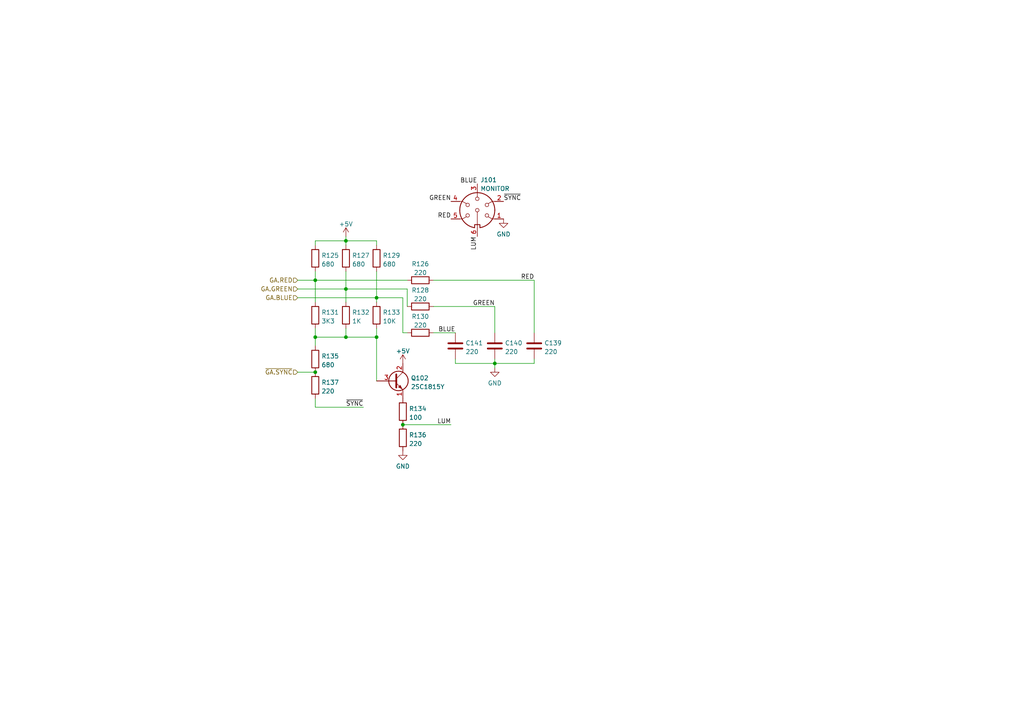
<source format=kicad_sch>
(kicad_sch (version 20250114) (generator "eeschema") (generator_version "9.0")
  (paper "A4")
  (title_block (title "CPC6128 MC0020x Monitor output") (date "2022-08-20") (rev "1") (company "Amstrad plc"))
  (lib_symbols
    (symbol "Connector:DIN-6" (pin_names (offset 1.016))
      (property "Reference" "J" (at 3.175 5.715 0))
      (property "Value" "DIN-6" (at 4.445 -4.445 0))
      (symbol "DIN-6_0_1"
        (polyline (pts (xy -5.08 2.54) (xy -4.318 2.54) (xy -3.175 1.905)))
        (polyline (pts (xy -5.08 -2.54) (xy -4.318 -2.54) (xy -3.175 -1.905)))
        (circle (center -2.794 1.524) (radius 0.508))
        (circle (center -2.794 -1.524) (radius 0.508))
        (polyline (pts (xy -0.762 -4.953) (xy -0.762 -4.191) (xy 0.762 -4.191) (xy 0.762 -4.953)) (stroke (width 0.254)))
        (arc (start 5.08 0) (mid 3.8673 -3.3444) (end 0.762 -5.08) (stroke (width 0.254)))
        (polyline (pts (xy 0 5.08) (xy 0 3.81)))
        (circle (center 0 3.302) (radius 0.508))
        (circle (center 0 0) (radius 0.508))
        (arc (start -5.08 0) (mid 0 5.0579) (end 5.08 0) (stroke (width 0.254)))
        (polyline (pts (xy 0 -5.08) (xy 0 -0.508)))
        (arc (start -0.762 -5.08) (mid -3.8597 -3.3379) (end -5.08 0) (stroke (width 0.254)))
        (circle (center 2.794 1.524) (radius 0.508))
        (circle (center 2.794 -1.524) (radius 0.508))
        (polyline (pts (xy 5.08 2.54) (xy 4.318 2.54) (xy 3.175 1.905)))
        (polyline (pts (xy 5.08 -2.54) (xy 4.318 -2.54) (xy 3.175 -1.905)))
      )
      (symbol "DIN-6_1_1"
        (pin passive line (at -7.62 2.54 0) (length 2.54) (name "~") (number "2"))
        (pin passive line (at -7.62 -2.54 0) (length 2.54) (name "~") (number "1"))
        (pin passive line (at 0 7.62 270) (length 2.54) (name "~") (number "3"))
        (pin passive line (at 0 -7.62 90) (length 2.54) (name "~") (number "6"))
        (pin passive line (at 7.62 2.54 180) (length 2.54) (name "~") (number "4"))
        (pin passive line (at 7.62 -2.54 180) (length 2.54) (name "~") (number "5"))
      )
    )
    (symbol "Device:C" (pin_numbers (hide yes)) (pin_names (offset 0.254))
      (property "Reference" "C" (at 0.635 2.54 0))
      (property "Value" "C" (at 0.635 -2.54 0))
      (symbol "C_0_1"
        (polyline (pts (xy -2.032 0.762) (xy 2.032 0.762)) (stroke (width 0.508)))
        (polyline (pts (xy -2.032 -0.762) (xy 2.032 -0.762)) (stroke (width 0.508)))
      )
      (symbol "C_1_1"
        (pin passive line (at 0 3.81 270) (length 2.794) (name "~") (number "1"))
        (pin passive line (at 0 -3.81 90) (length 2.794) (name "~") (number "2"))
      )
    )
    (symbol "Device:Q_NPN_ECB" (pin_names (offset 0) (hide yes))
      (property "Reference" "Q" (at 5.08 1.27 0))
      (property "Value" "Q_NPN_ECB" (at 5.08 -1.27 0))
      (symbol "Q_NPN_ECB_0_1"
        (polyline (pts (xy 0.635 1.905) (xy 0.635 -1.905) (xy 0.635 -1.905)) (stroke (width 0.508)))
        (polyline (pts (xy 0.635 0.635) (xy 2.54 2.54)))
        (polyline (pts (xy 0.635 -0.635) (xy 2.54 -2.54) (xy 2.54 -2.54)))
        (circle (center 1.27 0) (radius 2.8194) (stroke (width 0.254)))
        (polyline (pts (xy 1.27 -1.778) (xy 1.778 -1.27) (xy 2.286 -2.286) (xy 1.27 -1.778) (xy 1.27 -1.778)) (fill (type outline)))
      )
      (symbol "Q_NPN_ECB_1_1"
        (pin passive line (at -5.08 0 0) (length 5.715) (name "B") (number "3"))
        (pin passive line (at 2.54 5.08 270) (length 2.54) (name "C") (number "2"))
        (pin passive line (at 2.54 -5.08 90) (length 2.54) (name "E") (number "1"))
      )
    )
    (symbol "Device:R" (pin_numbers (hide yes)) (pin_names (offset 0))
      (property "Reference" "R" (at 2.032 0 90))
      (property "Value" "R" (at 0 0 90))
      (symbol "R_0_1"
        (rectangle (start -1.016 -2.54) (end 1.016 2.54) (stroke (width 0.254)))
      )
      (symbol "R_1_1"
        (pin passive line (at 0 3.81 270) (length 1.27) (name "~") (number "1"))
        (pin passive line (at 0 -3.81 90) (length 1.27) (name "~") (number "2"))
      )
    )
    (symbol "power:+5V" (power) (pin_names (offset 0))
      (property "Value" "+5V" (at 0 3.556 0))
      (symbol "+5V_0_1"
        (polyline (pts (xy -0.762 1.27) (xy 0 2.54)))
        (polyline (pts (xy 0 2.54) (xy 0.762 1.27)))
        (polyline (pts (xy 0 0) (xy 0 2.54)))
      )
      (symbol "+5V_1_1"
        (pin power_in line (at 0 0 90) (length 0) (hide yes) (name "+5V") (number "1"))
      )
    )
    (symbol "power:GND" (power) (pin_names (offset 0))
      (property "Value" "GND" (at 0 -3.81 0))
      (symbol "GND_0_1"
        (polyline (pts (xy 0 0) (xy 0 -1.27) (xy 1.27 -1.27) (xy 0 -2.54) (xy -1.27 -1.27) (xy 0 -1.27)))
      )
      (symbol "GND_1_1"
        (pin power_in line (at 0 0 270) (length 0) (hide yes) (name "GND") (number "1"))
      )
    )
  )
  (junction (at 143.51 105.41))
  (junction (at 100.33 83.82))
  (junction (at 109.22 97.79))
  (junction (at 100.33 97.79))
  (junction (at 91.44 97.79))
  (junction (at 116.84 123.19))
  (junction (at 91.44 81.28))
  (junction (at 109.22 86.36))
  (junction (at 91.44 107.95))
  (junction (at 100.33 69.85))
  (wire (pts (xy 86.36 107.95) (xy 91.44 107.95)))
  (wire (pts (xy 132.08 105.41) (xy 143.51 105.41)))
  (wire (pts (xy 91.44 81.28) (xy 91.44 87.63)))
  (wire (pts (xy 116.84 86.36) (xy 116.84 96.52)))
  (wire (pts (xy 86.36 86.36) (xy 109.22 86.36)))
  (wire (pts (xy 91.44 97.79) (xy 100.33 97.79)))
  (wire (pts (xy 154.94 81.28) (xy 154.94 96.52)))
  (wire (pts (xy 86.36 81.28) (xy 91.44 81.28)))
  (wire (pts (xy 118.11 83.82) (xy 118.11 88.9)))
  (wire (pts (xy 125.73 96.52) (xy 132.08 96.52)))
  (wire (pts (xy 143.51 104.14) (xy 143.51 105.41)))
  (wire (pts (xy 100.33 97.79) (xy 109.22 97.79)))
  (wire (pts (xy 100.33 69.85) (xy 100.33 71.12)))
  (wire (pts (xy 143.51 88.9) (xy 143.51 96.52)))
  (wire (pts (xy 116.84 96.52) (xy 118.11 96.52)))
  (wire (pts (xy 100.33 83.82) (xy 118.11 83.82)))
  (wire (pts (xy 125.73 88.9) (xy 143.51 88.9)))
  (wire (pts (xy 100.33 83.82) (xy 100.33 78.74)))
  (wire (pts (xy 109.22 69.85) (xy 109.22 71.12)))
  (wire (pts (xy 100.33 68.58) (xy 100.33 69.85)))
  (wire (pts (xy 116.84 123.19) (xy 130.81 123.19)))
  (wire (pts (xy 125.73 81.28) (xy 154.94 81.28)))
  (wire (pts (xy 154.94 105.41) (xy 154.94 104.14)))
  (wire (pts (xy 91.44 115.57) (xy 91.44 118.11)))
  (wire (pts (xy 132.08 104.14) (xy 132.08 105.41)))
  (wire (pts (xy 91.44 81.28) (xy 118.11 81.28)))
  (wire (pts (xy 91.44 118.11) (xy 105.41 118.11)))
  (wire (pts (xy 100.33 69.85) (xy 109.22 69.85)))
  (wire (pts (xy 109.22 86.36) (xy 109.22 87.63)))
  (wire (pts (xy 86.36 83.82) (xy 100.33 83.82)))
  (wire (pts (xy 143.51 105.41) (xy 154.94 105.41)))
  (wire (pts (xy 100.33 83.82) (xy 100.33 87.63)))
  (wire (pts (xy 91.44 81.28) (xy 91.44 78.74)))
  (wire (pts (xy 109.22 97.79) (xy 109.22 110.49)))
  (wire (pts (xy 100.33 95.25) (xy 100.33 97.79)))
  (wire (pts (xy 143.51 105.41) (xy 143.51 106.68)))
  (wire (pts (xy 109.22 95.25) (xy 109.22 97.79)))
  (wire (pts (xy 91.44 69.85) (xy 100.33 69.85)))
  (wire (pts (xy 91.44 95.25) (xy 91.44 97.79)))
  (wire (pts (xy 109.22 86.36) (xy 116.84 86.36)))
  (wire (pts (xy 91.44 97.79) (xy 91.44 100.33)))
  (wire (pts (xy 91.44 71.12) (xy 91.44 69.85)))
  (wire (pts (xy 109.22 86.36) (xy 109.22 78.74)))
  (label "LUM" (at 130.81 123.19 180))
  (label "~{SYNC}" (at 146.05 58.42 0))
  (label "RED" (at 130.81 63.5 180))
  (label "RED" (at 154.94 81.28 180))
  (label "LUM" (at 138.43 68.58 270))
  (label "BLUE" (at 138.43 53.34 180))
  (label "BLUE" (at 132.08 96.52 180))
  (label "~{SYNC}" (at 105.41 118.11 180))
  (label "GREEN" (at 130.81 58.42 180))
  (label "GREEN" (at 143.51 88.9 180))
  (hierarchical_label "GA.GREEN" (shape input) (at 86.36 83.82 180))
  (hierarchical_label "~{GA.SYNC}" (shape input) (at 86.36 107.95 180))
  (hierarchical_label "GA.RED" (shape input) (at 86.36 81.28 180))
  (hierarchical_label "GA.BLUE" (shape input) (at 86.36 86.36 180))
  (symbol (lib_id "Device:R") (at 116.84 127 0) (unit 1)
    (property "Reference" "R136" (at 118.618 126.1653 0) (effects (justify left)))
    (property "Value" "220" (at 118.618 128.7022 0) (effects (justify left)))
    (property "Footprint" "Resistor_THT:R_Axial_DIN0207_L6.3mm_D2.5mm_P10.16mm_Horizontal" (effects (hide yes)))
  )
  (symbol (lib_id "Device:R") (at 91.44 91.44 0) (unit 1)
    (property "Reference" "R131" (at 93.218 90.6053 0) (effects (justify left)))
    (property "Value" "3K3" (at 93.218 93.1422 0) (effects (justify left)))
    (property "Footprint" "Resistor_THT:R_Axial_DIN0207_L6.3mm_D2.5mm_P10.16mm_Horizontal" (effects (hide yes)))
  )
  (symbol (lib_id "Device:R") (at 91.44 111.76 0) (unit 1)
    (property "Reference" "R137" (at 93.218 110.9253 0) (effects (justify left)))
    (property "Value" "220" (at 93.218 113.4622 0) (effects (justify left)))
    (property "Footprint" "Resistor_THT:R_Axial_DIN0207_L6.3mm_D2.5mm_P10.16mm_Horizontal" (effects (hide yes)))
  )
  (symbol (lib_id "Device:C") (at 132.08 100.33 0) (unit 1)
    (property "Reference" "C141" (at 135.001 99.4953 0) (effects (justify left)))
    (property "Value" "220" (at 135.001 102.0322 0) (effects (justify left)))
    (property "Footprint" "Capacitor_THT:C_Disc_D4.3mm_W1.9mm_P5.00mm" (effects (hide yes)))
  )
  (symbol (lib_id "Device:R") (at 121.92 88.9 90) (unit 1)
    (property "Reference" "R128" (at 121.92 84.1842 90))
    (property "Value" "220" (at 121.92 86.7211 90))
    (property "Footprint" "Resistor_THT:R_Axial_DIN0207_L6.3mm_D2.5mm_P10.16mm_Horizontal" (effects (hide yes)))
  )
  (symbol (lib_id "Device:Q_NPN_ECB") (at 114.3 110.49 0) (unit 1)
    (property "Reference" "Q102" (at 119.1514 109.6553 0) (effects (justify left)))
    (property "Value" "2SC1815Y" (at 119.1514 112.1922 0) (effects (justify left)))
    (property "Footprint" "Package_TO_SOT_THT:TO-92_Inline_Wide" (effects (hide yes)))
  )
  (symbol (lib_id "Device:R") (at 109.22 91.44 0) (unit 1)
    (property "Reference" "R133" (at 110.998 90.6053 0) (effects (justify left)))
    (property "Value" "10K" (at 110.998 93.1422 0) (effects (justify left)))
    (property "Footprint" "Resistor_THT:R_Axial_DIN0207_L6.3mm_D2.5mm_P10.16mm_Horizontal" (effects (hide yes)))
  )
  (symbol (lib_id "Device:R") (at 100.33 91.44 0) (unit 1)
    (property "Reference" "R132" (at 102.108 90.6053 0) (effects (justify left)))
    (property "Value" "1K" (at 102.108 93.1422 0) (effects (justify left)))
    (property "Footprint" "Resistor_THT:R_Axial_DIN0207_L6.3mm_D2.5mm_P10.16mm_Horizontal" (effects (hide yes)))
  )
  (symbol (lib_id "Device:R") (at 121.92 96.52 90) (unit 1)
    (property "Reference" "R130" (at 121.92 91.8042 90))
    (property "Value" "220" (at 121.92 94.3411 90))
    (property "Footprint" "Resistor_THT:R_Axial_DIN0207_L6.3mm_D2.5mm_P10.16mm_Horizontal" (effects (hide yes)))
  )
  (symbol (lib_id "power:+5V") (at 100.33 68.58 0) (unit 1)
    (property "Reference" "#PWR0134" (effects (hide yes)))
    (property "Value" "+5V" (at 100.33 65.0042 0))
  )
  (symbol (lib_id "power:GND") (at 116.84 130.81 0) (unit 1)
    (property "Reference" "#PWR0131" (effects (hide yes)))
    (property "Value" "GND" (at 116.84 135.2534 0))
  )
  (symbol (lib_id "power:+5V") (at 116.84 105.41 0) (unit 1)
    (property "Reference" "#PWR0129" (effects (hide yes)))
    (property "Value" "+5V" (at 116.84 101.8342 0))
  )
  (symbol (lib_id "Device:R") (at 121.92 81.28 90) (unit 1)
    (property "Reference" "R126" (at 121.92 76.5642 90))
    (property "Value" "220" (at 121.92 79.1011 90))
    (property "Footprint" "Resistor_THT:R_Axial_DIN0207_L6.3mm_D2.5mm_P10.16mm_Horizontal" (effects (hide yes)))
  )
  (symbol (lib_id "Connector:DIN-6") (at 138.43 60.96 0) (mirror y) (unit 1)
    (property "Reference" "J101" (at 139.3189 52.1802 0) (effects (justify right)))
    (property "Value" "MONITOR" (at 139.3189 54.7171 0) (effects (justify right)))
    (property "Footprint" "Amstrad-CPC:TCS4460" (effects (hide yes)))
    (property "Datasheet" "http://www.mouser.com/ds/2/18/40_c091_abd_e-75918.pdf" (effects (hide yes)))
  )
  (symbol (lib_id "power:GND") (at 146.05 63.5 0) (unit 1)
    (property "Reference" "#PWR0135" (effects (hide yes)))
    (property "Value" "GND" (at 146.05 67.9434 0))
  )
  (symbol (lib_id "Device:R") (at 91.44 74.93 0) (unit 1)
    (property "Reference" "R125" (at 93.218 74.0953 0) (effects (justify left)))
    (property "Value" "680" (at 93.218 76.6322 0) (effects (justify left)))
    (property "Footprint" "Resistor_THT:R_Axial_DIN0207_L6.3mm_D2.5mm_P10.16mm_Horizontal" (effects (hide yes)))
  )
  (symbol (lib_id "Device:R") (at 91.44 104.14 0) (unit 1)
    (property "Reference" "R135" (at 93.218 103.3053 0) (effects (justify left)))
    (property "Value" "680" (at 93.218 105.8422 0) (effects (justify left)))
    (property "Footprint" "Resistor_THT:R_Axial_DIN0207_L6.3mm_D2.5mm_P10.16mm_Horizontal" (effects (hide yes)))
  )
  (symbol (lib_id "Device:R") (at 116.84 119.38 0) (unit 1)
    (property "Reference" "R134" (at 118.618 118.5453 0) (effects (justify left)))
    (property "Value" "100" (at 118.618 121.0822 0) (effects (justify left)))
    (property "Footprint" "Resistor_THT:R_Axial_DIN0207_L6.3mm_D2.5mm_P10.16mm_Horizontal" (effects (hide yes)))
  )
  (symbol (lib_id "Device:C") (at 154.94 100.33 0) (unit 1)
    (property "Reference" "C139" (at 157.861 99.4953 0) (effects (justify left)))
    (property "Value" "220" (at 157.861 102.0322 0) (effects (justify left)))
    (property "Footprint" "Capacitor_THT:C_Disc_D4.3mm_W1.9mm_P5.00mm" (effects (hide yes)))
  )
  (symbol (lib_id "power:GND") (at 143.51 106.68 0) (unit 1)
    (property "Reference" "#PWR0130" (effects (hide yes)))
    (property "Value" "GND" (at 143.51 111.1234 0))
  )
  (symbol (lib_id "Device:R") (at 109.22 74.93 0) (unit 1)
    (property "Reference" "R129" (at 110.998 74.0953 0) (effects (justify left)))
    (property "Value" "680" (at 110.998 76.6322 0) (effects (justify left)))
    (property "Footprint" "Resistor_THT:R_Axial_DIN0207_L6.3mm_D2.5mm_P10.16mm_Horizontal" (effects (hide yes)))
  )
  (symbol (lib_id "Device:R") (at 100.33 74.93 0) (unit 1)
    (property "Reference" "R127" (at 102.108 74.0953 0) (effects (justify left)))
    (property "Value" "680" (at 102.108 76.6322 0) (effects (justify left)))
    (property "Footprint" "Resistor_THT:R_Axial_DIN0207_L6.3mm_D2.5mm_P10.16mm_Horizontal" (effects (hide yes)))
  )
  (symbol (lib_id "Device:C") (at 143.51 100.33 0) (unit 1)
    (property "Reference" "C140" (at 146.431 99.4953 0) (effects (justify left)))
    (property "Value" "220" (at 146.431 102.0322 0) (effects (justify left)))
    (property "Footprint" "Capacitor_THT:C_Disc_D4.3mm_W1.9mm_P5.00mm" (effects (hide yes)))
  )
)
</source>
